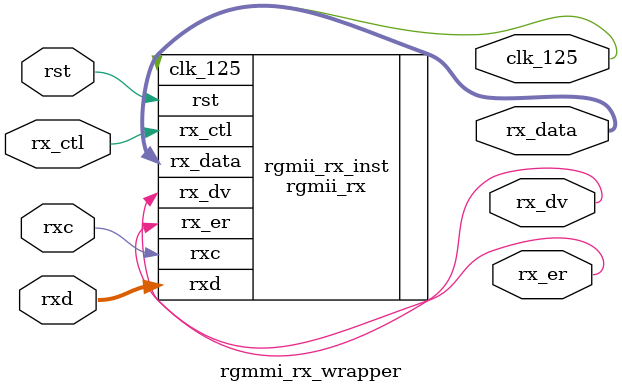
<source format=v>
module rgmmi_rx_wrapper (
    // PHY => RGMII
    input  wire        rst,
    input  wire        rxc,
    input  wire [3:0]  rxd,
    input  wire        rx_ctl,

    // bufged clk
    output wire        clk_125,

    // RX vers logique
    output wire [7:0]  rx_data,
    output wire        rx_dv,
    output wire        rx_er
);

    rgmii_rx rgmii_rx_inst(
        .rst(rst),
        .rxc(rxc),
        .rxd(rxd),
        .rx_ctl(rx_ctl),
        .clk_125(clk_125),
        .rx_data(rx_data),
        .rx_dv(rx_dv),
        .rx_er(rx_er)
    );
    
endmodule
</source>
